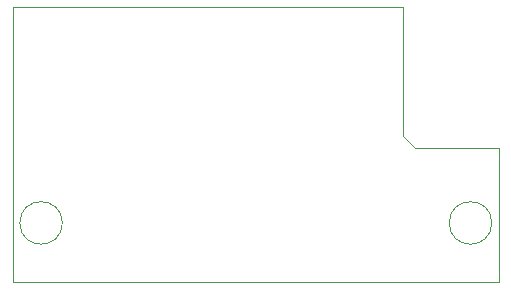
<source format=gbr>
%TF.GenerationSoftware,KiCad,Pcbnew,6.0.0*%
%TF.CreationDate,2022-01-16T11:48:39-05:00*%
%TF.ProjectId,AtomiswaveNetwork,41746f6d-6973-4776-9176-654e6574776f,rev?*%
%TF.SameCoordinates,Original*%
%TF.FileFunction,Profile,NP*%
%FSLAX46Y46*%
G04 Gerber Fmt 4.6, Leading zero omitted, Abs format (unit mm)*
G04 Created by KiCad (PCBNEW 6.0.0) date 2022-01-16 11:48:39*
%MOMM*%
%LPD*%
G01*
G04 APERTURE LIST*
%TA.AperFunction,Profile*%
%ADD10C,0.100000*%
%TD*%
%TA.AperFunction,Profile*%
%ADD11C,0.120000*%
%TD*%
G04 APERTURE END LIST*
D10*
X126746000Y-99700000D02*
X126746000Y-76454000D01*
X160782000Y-88392000D02*
X159766000Y-87376000D01*
X167894000Y-99700000D02*
X126746000Y-99700000D01*
X167894000Y-88392000D02*
X160782000Y-88392000D01*
X159766000Y-76454000D02*
X159766000Y-87376000D01*
X126746000Y-76454000D02*
X159766000Y-76454000D01*
X167894000Y-88392000D02*
X167894000Y-99700000D01*
D11*
%TO.C,U1*%
X167300000Y-94740000D02*
G75*
G03*
X167300000Y-94740000I-1800000J0D01*
G01*
X130940000Y-94740000D02*
G75*
G03*
X130940000Y-94740000I-1800000J0D01*
G01*
%TD*%
M02*

</source>
